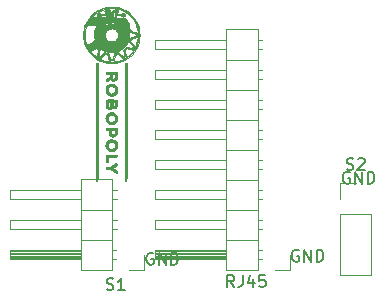
<source format=gbr>
%TF.GenerationSoftware,KiCad,Pcbnew,5.1.9-73d0e3b20d~88~ubuntu20.04.1*%
%TF.CreationDate,2021-04-09T06:43:05+02:00*%
%TF.ProjectId,pcb_port_gobelet,7063625f-706f-4727-945f-676f62656c65,rev?*%
%TF.SameCoordinates,Original*%
%TF.FileFunction,Legend,Top*%
%TF.FilePolarity,Positive*%
%FSLAX46Y46*%
G04 Gerber Fmt 4.6, Leading zero omitted, Abs format (unit mm)*
G04 Created by KiCad (PCBNEW 5.1.9-73d0e3b20d~88~ubuntu20.04.1) date 2021-04-09 06:43:05*
%MOMM*%
%LPD*%
G01*
G04 APERTURE LIST*
%ADD10C,0.150000*%
%ADD11C,0.010000*%
%ADD12C,0.120000*%
G04 APERTURE END LIST*
D10*
X141732095Y-128532000D02*
X141636857Y-128484380D01*
X141494000Y-128484380D01*
X141351142Y-128532000D01*
X141255904Y-128627238D01*
X141208285Y-128722476D01*
X141160666Y-128912952D01*
X141160666Y-129055809D01*
X141208285Y-129246285D01*
X141255904Y-129341523D01*
X141351142Y-129436761D01*
X141494000Y-129484380D01*
X141589238Y-129484380D01*
X141732095Y-129436761D01*
X141779714Y-129389142D01*
X141779714Y-129055809D01*
X141589238Y-129055809D01*
X142208285Y-129484380D02*
X142208285Y-128484380D01*
X142779714Y-129484380D01*
X142779714Y-128484380D01*
X143255904Y-129484380D02*
X143255904Y-128484380D01*
X143494000Y-128484380D01*
X143636857Y-128532000D01*
X143732095Y-128627238D01*
X143779714Y-128722476D01*
X143827333Y-128912952D01*
X143827333Y-129055809D01*
X143779714Y-129246285D01*
X143732095Y-129341523D01*
X143636857Y-129436761D01*
X143494000Y-129484380D01*
X143255904Y-129484380D01*
X137414095Y-135136000D02*
X137318857Y-135088380D01*
X137176000Y-135088380D01*
X137033142Y-135136000D01*
X136937904Y-135231238D01*
X136890285Y-135326476D01*
X136842666Y-135516952D01*
X136842666Y-135659809D01*
X136890285Y-135850285D01*
X136937904Y-135945523D01*
X137033142Y-136040761D01*
X137176000Y-136088380D01*
X137271238Y-136088380D01*
X137414095Y-136040761D01*
X137461714Y-135993142D01*
X137461714Y-135659809D01*
X137271238Y-135659809D01*
X137890285Y-136088380D02*
X137890285Y-135088380D01*
X138461714Y-136088380D01*
X138461714Y-135088380D01*
X138937904Y-136088380D02*
X138937904Y-135088380D01*
X139176000Y-135088380D01*
X139318857Y-135136000D01*
X139414095Y-135231238D01*
X139461714Y-135326476D01*
X139509333Y-135516952D01*
X139509333Y-135659809D01*
X139461714Y-135850285D01*
X139414095Y-135945523D01*
X139318857Y-136040761D01*
X139176000Y-136088380D01*
X138937904Y-136088380D01*
X125095095Y-135390000D02*
X124999857Y-135342380D01*
X124857000Y-135342380D01*
X124714142Y-135390000D01*
X124618904Y-135485238D01*
X124571285Y-135580476D01*
X124523666Y-135770952D01*
X124523666Y-135913809D01*
X124571285Y-136104285D01*
X124618904Y-136199523D01*
X124714142Y-136294761D01*
X124857000Y-136342380D01*
X124952238Y-136342380D01*
X125095095Y-136294761D01*
X125142714Y-136247142D01*
X125142714Y-135913809D01*
X124952238Y-135913809D01*
X125571285Y-136342380D02*
X125571285Y-135342380D01*
X126142714Y-136342380D01*
X126142714Y-135342380D01*
X126618904Y-136342380D02*
X126618904Y-135342380D01*
X126857000Y-135342380D01*
X126999857Y-135390000D01*
X127095095Y-135485238D01*
X127142714Y-135580476D01*
X127190333Y-135770952D01*
X127190333Y-135913809D01*
X127142714Y-136104285D01*
X127095095Y-136199523D01*
X126999857Y-136294761D01*
X126857000Y-136342380D01*
X126618904Y-136342380D01*
D11*
%TO.C,REF\u002A\u002A*%
G36*
X122506989Y-117123639D02*
G01*
X122501387Y-117146177D01*
X122433141Y-117329300D01*
X122332047Y-117491372D01*
X122203100Y-117629124D01*
X122051297Y-117739286D01*
X121881635Y-117818591D01*
X121699110Y-117863769D01*
X121508720Y-117871551D01*
X121410167Y-117860062D01*
X121236218Y-117816213D01*
X121084753Y-117745437D01*
X120944132Y-117641625D01*
X120881226Y-117582441D01*
X120748092Y-117422655D01*
X120655294Y-117250258D01*
X120603060Y-117066012D01*
X120591616Y-116870680D01*
X120615344Y-116690803D01*
X120671764Y-116522002D01*
X120763195Y-116360873D01*
X120882512Y-116216398D01*
X121022591Y-116097560D01*
X121140292Y-116029091D01*
X121325896Y-115962617D01*
X121510890Y-115935013D01*
X121620744Y-115940004D01*
X121620744Y-116358538D01*
X121470559Y-116361258D01*
X121339066Y-116400070D01*
X121219859Y-116476972D01*
X121207652Y-116487462D01*
X121105691Y-116602504D01*
X121039074Y-116734424D01*
X121010971Y-116876542D01*
X121010247Y-116903500D01*
X121030948Y-117049811D01*
X121059905Y-117126557D01*
X121124130Y-117228759D01*
X121212536Y-117321655D01*
X121312887Y-117394261D01*
X121400846Y-117432507D01*
X121547467Y-117452867D01*
X121694141Y-117435320D01*
X121831187Y-117382341D01*
X121948922Y-117296410D01*
X121954627Y-117290795D01*
X122022683Y-117214775D01*
X122066116Y-117141924D01*
X122089882Y-117058999D01*
X122098937Y-116952757D01*
X122099551Y-116903500D01*
X122094871Y-116785383D01*
X122077434Y-116695488D01*
X122042145Y-116620403D01*
X121983909Y-116546716D01*
X121951044Y-116512622D01*
X121853995Y-116431478D01*
X121751861Y-116382909D01*
X121628198Y-116359243D01*
X121620744Y-116358538D01*
X121620744Y-115940004D01*
X121691546Y-115943221D01*
X121864135Y-115984179D01*
X122024929Y-116054828D01*
X122170197Y-116152107D01*
X122296213Y-116272955D01*
X122399247Y-116414314D01*
X122475570Y-116573122D01*
X122521454Y-116746319D01*
X122533170Y-116930845D01*
X122506989Y-117123639D01*
G37*
X122506989Y-117123639D02*
X122501387Y-117146177D01*
X122433141Y-117329300D01*
X122332047Y-117491372D01*
X122203100Y-117629124D01*
X122051297Y-117739286D01*
X121881635Y-117818591D01*
X121699110Y-117863769D01*
X121508720Y-117871551D01*
X121410167Y-117860062D01*
X121236218Y-117816213D01*
X121084753Y-117745437D01*
X120944132Y-117641625D01*
X120881226Y-117582441D01*
X120748092Y-117422655D01*
X120655294Y-117250258D01*
X120603060Y-117066012D01*
X120591616Y-116870680D01*
X120615344Y-116690803D01*
X120671764Y-116522002D01*
X120763195Y-116360873D01*
X120882512Y-116216398D01*
X121022591Y-116097560D01*
X121140292Y-116029091D01*
X121325896Y-115962617D01*
X121510890Y-115935013D01*
X121620744Y-115940004D01*
X121620744Y-116358538D01*
X121470559Y-116361258D01*
X121339066Y-116400070D01*
X121219859Y-116476972D01*
X121207652Y-116487462D01*
X121105691Y-116602504D01*
X121039074Y-116734424D01*
X121010971Y-116876542D01*
X121010247Y-116903500D01*
X121030948Y-117049811D01*
X121059905Y-117126557D01*
X121124130Y-117228759D01*
X121212536Y-117321655D01*
X121312887Y-117394261D01*
X121400846Y-117432507D01*
X121547467Y-117452867D01*
X121694141Y-117435320D01*
X121831187Y-117382341D01*
X121948922Y-117296410D01*
X121954627Y-117290795D01*
X122022683Y-117214775D01*
X122066116Y-117141924D01*
X122089882Y-117058999D01*
X122098937Y-116952757D01*
X122099551Y-116903500D01*
X122094871Y-116785383D01*
X122077434Y-116695488D01*
X122042145Y-116620403D01*
X121983909Y-116546716D01*
X121951044Y-116512622D01*
X121853995Y-116431478D01*
X121751861Y-116382909D01*
X121628198Y-116359243D01*
X121620744Y-116358538D01*
X121620744Y-115940004D01*
X121691546Y-115943221D01*
X121864135Y-115984179D01*
X122024929Y-116054828D01*
X122170197Y-116152107D01*
X122296213Y-116272955D01*
X122399247Y-116414314D01*
X122475570Y-116573122D01*
X122521454Y-116746319D01*
X122533170Y-116930845D01*
X122506989Y-117123639D01*
G36*
X122728308Y-115224149D02*
G01*
X122700696Y-115286242D01*
X122648331Y-115333826D01*
X122573786Y-115357336D01*
X122553042Y-115358334D01*
X122509857Y-115344013D01*
X122461675Y-115309160D01*
X122457826Y-115305417D01*
X122431248Y-115281614D01*
X122402444Y-115266262D01*
X122361877Y-115257523D01*
X122300010Y-115253555D01*
X122207308Y-115252518D01*
X122183621Y-115252500D01*
X122084725Y-115253035D01*
X122020659Y-115255597D01*
X121983921Y-115261620D01*
X121967012Y-115272540D01*
X121962431Y-115289790D01*
X121962333Y-115294834D01*
X121952354Y-115325820D01*
X121915225Y-115336730D01*
X121898833Y-115337167D01*
X121859256Y-115334229D01*
X121840875Y-115317620D01*
X121835593Y-115275644D01*
X121835333Y-115245445D01*
X121838335Y-115186048D01*
X121845872Y-115146179D01*
X121849444Y-115139611D01*
X121874742Y-115134402D01*
X121934097Y-115130061D01*
X122019232Y-115126980D01*
X122121874Y-115125553D01*
X122146442Y-115125500D01*
X122265760Y-115124619D01*
X122348855Y-115121559D01*
X122401811Y-115115694D01*
X122430711Y-115106399D01*
X122440945Y-115095229D01*
X122474632Y-115059390D01*
X122532378Y-115038002D01*
X122570654Y-115036405D01*
X122570654Y-115134827D01*
X122547055Y-115138000D01*
X122519149Y-115165947D01*
X122518901Y-115205266D01*
X122542968Y-115238499D01*
X122568181Y-115248328D01*
X122610454Y-115238404D01*
X122630600Y-115204762D01*
X122621225Y-115163369D01*
X122612452Y-115152714D01*
X122570654Y-115134827D01*
X122570654Y-115036405D01*
X122597159Y-115035298D01*
X122636907Y-115046469D01*
X122698986Y-115094697D01*
X122728596Y-115157112D01*
X122728308Y-115224149D01*
G37*
X122728308Y-115224149D02*
X122700696Y-115286242D01*
X122648331Y-115333826D01*
X122573786Y-115357336D01*
X122553042Y-115358334D01*
X122509857Y-115344013D01*
X122461675Y-115309160D01*
X122457826Y-115305417D01*
X122431248Y-115281614D01*
X122402444Y-115266262D01*
X122361877Y-115257523D01*
X122300010Y-115253555D01*
X122207308Y-115252518D01*
X122183621Y-115252500D01*
X122084725Y-115253035D01*
X122020659Y-115255597D01*
X121983921Y-115261620D01*
X121967012Y-115272540D01*
X121962431Y-115289790D01*
X121962333Y-115294834D01*
X121952354Y-115325820D01*
X121915225Y-115336730D01*
X121898833Y-115337167D01*
X121859256Y-115334229D01*
X121840875Y-115317620D01*
X121835593Y-115275644D01*
X121835333Y-115245445D01*
X121838335Y-115186048D01*
X121845872Y-115146179D01*
X121849444Y-115139611D01*
X121874742Y-115134402D01*
X121934097Y-115130061D01*
X122019232Y-115126980D01*
X122121874Y-115125553D01*
X122146442Y-115125500D01*
X122265760Y-115124619D01*
X122348855Y-115121559D01*
X122401811Y-115115694D01*
X122430711Y-115106399D01*
X122440945Y-115095229D01*
X122474632Y-115059390D01*
X122532378Y-115038002D01*
X122570654Y-115036405D01*
X122570654Y-115134827D01*
X122547055Y-115138000D01*
X122519149Y-115165947D01*
X122518901Y-115205266D01*
X122542968Y-115238499D01*
X122568181Y-115248328D01*
X122610454Y-115238404D01*
X122630600Y-115204762D01*
X122621225Y-115163369D01*
X122612452Y-115152714D01*
X122570654Y-115134827D01*
X122570654Y-115036405D01*
X122597159Y-115035298D01*
X122636907Y-115046469D01*
X122698986Y-115094697D01*
X122728596Y-115157112D01*
X122728308Y-115224149D01*
G36*
X122100543Y-114969996D02*
G01*
X122069372Y-115018461D01*
X122008787Y-115053653D01*
X121936834Y-115060871D01*
X121870778Y-115040021D01*
X121845916Y-115019667D01*
X121803112Y-114987521D01*
X121768553Y-114977334D01*
X121749488Y-114981555D01*
X121737835Y-114999665D01*
X121731822Y-115039828D01*
X121729676Y-115110212D01*
X121729500Y-115157250D01*
X121729500Y-115337167D01*
X121602500Y-115337167D01*
X121602500Y-115096015D01*
X121603417Y-114988762D01*
X121606794Y-114916697D01*
X121613569Y-114872703D01*
X121624680Y-114849661D01*
X121635981Y-114842015D01*
X121679653Y-114833144D01*
X121739803Y-114829181D01*
X121743326Y-114829167D01*
X121802857Y-114820426D01*
X121847036Y-114799208D01*
X121848909Y-114797449D01*
X121913713Y-114757241D01*
X121957523Y-114754468D01*
X121957523Y-114856603D01*
X121919028Y-114864160D01*
X121899144Y-114894624D01*
X121898833Y-114899994D01*
X121913776Y-114938306D01*
X121928341Y-114954306D01*
X121959199Y-114966189D01*
X121993353Y-114943290D01*
X122016865Y-114912728D01*
X122008012Y-114887656D01*
X121997236Y-114876165D01*
X121957523Y-114856603D01*
X121957523Y-114754468D01*
X121982257Y-114752902D01*
X122044222Y-114780368D01*
X122089290Y-114835575D01*
X122106414Y-114898855D01*
X122100543Y-114969996D01*
G37*
X122100543Y-114969996D02*
X122069372Y-115018461D01*
X122008787Y-115053653D01*
X121936834Y-115060871D01*
X121870778Y-115040021D01*
X121845916Y-115019667D01*
X121803112Y-114987521D01*
X121768553Y-114977334D01*
X121749488Y-114981555D01*
X121737835Y-114999665D01*
X121731822Y-115039828D01*
X121729676Y-115110212D01*
X121729500Y-115157250D01*
X121729500Y-115337167D01*
X121602500Y-115337167D01*
X121602500Y-115096015D01*
X121603417Y-114988762D01*
X121606794Y-114916697D01*
X121613569Y-114872703D01*
X121624680Y-114849661D01*
X121635981Y-114842015D01*
X121679653Y-114833144D01*
X121739803Y-114829181D01*
X121743326Y-114829167D01*
X121802857Y-114820426D01*
X121847036Y-114799208D01*
X121848909Y-114797449D01*
X121913713Y-114757241D01*
X121957523Y-114754468D01*
X121957523Y-114856603D01*
X121919028Y-114864160D01*
X121899144Y-114894624D01*
X121898833Y-114899994D01*
X121913776Y-114938306D01*
X121928341Y-114954306D01*
X121959199Y-114966189D01*
X121993353Y-114943290D01*
X122016865Y-114912728D01*
X122008012Y-114887656D01*
X121997236Y-114876165D01*
X121957523Y-114856603D01*
X121957523Y-114754468D01*
X121982257Y-114752902D01*
X122044222Y-114780368D01*
X122089290Y-114835575D01*
X122106414Y-114898855D01*
X122100543Y-114969996D01*
G36*
X121348500Y-115337167D02*
G01*
X121348500Y-115157250D01*
X121345557Y-115058163D01*
X121335251Y-114998215D01*
X121315365Y-114974523D01*
X121283684Y-114984208D01*
X121242666Y-115019667D01*
X121178719Y-115056832D01*
X121105339Y-115060651D01*
X121037817Y-115032012D01*
X121011369Y-115006229D01*
X120978032Y-114950752D01*
X120972454Y-114893609D01*
X120982146Y-114844754D01*
X121008166Y-114809068D01*
X121057845Y-114773661D01*
X121113834Y-114749315D01*
X121124781Y-114747539D01*
X121124781Y-114853518D01*
X121104070Y-114858377D01*
X121076418Y-114886787D01*
X121081032Y-114928257D01*
X121097079Y-114950279D01*
X121134593Y-114965465D01*
X121167530Y-114948005D01*
X121179166Y-114912818D01*
X121163868Y-114867756D01*
X121124781Y-114853518D01*
X121124781Y-114747539D01*
X121143511Y-114744500D01*
X121180232Y-114756816D01*
X121226812Y-114786469D01*
X121227276Y-114786834D01*
X121287815Y-114817728D01*
X121347938Y-114829167D01*
X121408642Y-114831909D01*
X121450160Y-114844603D01*
X121476106Y-114873954D01*
X121490092Y-114926665D01*
X121495733Y-115009441D01*
X121496666Y-115105078D01*
X121496666Y-115337167D01*
X121348500Y-115337167D01*
G37*
X121348500Y-115337167D02*
X121348500Y-115157250D01*
X121345557Y-115058163D01*
X121335251Y-114998215D01*
X121315365Y-114974523D01*
X121283684Y-114984208D01*
X121242666Y-115019667D01*
X121178719Y-115056832D01*
X121105339Y-115060651D01*
X121037817Y-115032012D01*
X121011369Y-115006229D01*
X120978032Y-114950752D01*
X120972454Y-114893609D01*
X120982146Y-114844754D01*
X121008166Y-114809068D01*
X121057845Y-114773661D01*
X121113834Y-114749315D01*
X121124781Y-114747539D01*
X121124781Y-114853518D01*
X121104070Y-114858377D01*
X121076418Y-114886787D01*
X121081032Y-114928257D01*
X121097079Y-114950279D01*
X121134593Y-114965465D01*
X121167530Y-114948005D01*
X121179166Y-114912818D01*
X121163868Y-114867756D01*
X121124781Y-114853518D01*
X121124781Y-114747539D01*
X121143511Y-114744500D01*
X121180232Y-114756816D01*
X121226812Y-114786469D01*
X121227276Y-114786834D01*
X121287815Y-114817728D01*
X121347938Y-114829167D01*
X121408642Y-114831909D01*
X121450160Y-114844603D01*
X121476106Y-114873954D01*
X121490092Y-114926665D01*
X121495733Y-115009441D01*
X121496666Y-115105078D01*
X121496666Y-115337167D01*
X121348500Y-115337167D01*
G36*
X121190910Y-115337167D02*
G01*
X121139364Y-115332589D01*
X121118324Y-115314641D01*
X121115666Y-115294834D01*
X121112921Y-115276084D01*
X121099736Y-115263868D01*
X121068691Y-115256796D01*
X121012365Y-115253480D01*
X120923335Y-115252531D01*
X120889489Y-115252500D01*
X120786755Y-115253331D01*
X120717079Y-115256854D01*
X120671201Y-115264613D01*
X120639861Y-115278152D01*
X120614495Y-115298361D01*
X120544732Y-115338563D01*
X120469611Y-115340636D01*
X120400509Y-115305157D01*
X120382067Y-115286598D01*
X120344725Y-115234565D01*
X120336247Y-115190088D01*
X120347516Y-115146667D01*
X120389032Y-115085191D01*
X120451654Y-115048052D01*
X120506525Y-115040492D01*
X120506525Y-115130776D01*
X120476640Y-115141401D01*
X120471145Y-115145785D01*
X120444029Y-115175302D01*
X120438333Y-115189000D01*
X120452727Y-115214155D01*
X120471145Y-115232215D01*
X120502316Y-115247718D01*
X120533296Y-115229944D01*
X120539181Y-115224224D01*
X120562912Y-115194467D01*
X120554478Y-115169997D01*
X120539181Y-115153777D01*
X120506525Y-115130776D01*
X120506525Y-115040492D01*
X120522615Y-115038275D01*
X120589148Y-115058888D01*
X120617739Y-115082603D01*
X120636947Y-115099395D01*
X120664029Y-115111318D01*
X120706309Y-115119408D01*
X120771111Y-115124701D01*
X120865758Y-115128234D01*
X120954395Y-115130228D01*
X121253250Y-115136084D01*
X121259701Y-115236625D01*
X121266153Y-115337167D01*
X121190910Y-115337167D01*
G37*
X121190910Y-115337167D02*
X121139364Y-115332589D01*
X121118324Y-115314641D01*
X121115666Y-115294834D01*
X121112921Y-115276084D01*
X121099736Y-115263868D01*
X121068691Y-115256796D01*
X121012365Y-115253480D01*
X120923335Y-115252531D01*
X120889489Y-115252500D01*
X120786755Y-115253331D01*
X120717079Y-115256854D01*
X120671201Y-115264613D01*
X120639861Y-115278152D01*
X120614495Y-115298361D01*
X120544732Y-115338563D01*
X120469611Y-115340636D01*
X120400509Y-115305157D01*
X120382067Y-115286598D01*
X120344725Y-115234565D01*
X120336247Y-115190088D01*
X120347516Y-115146667D01*
X120389032Y-115085191D01*
X120451654Y-115048052D01*
X120506525Y-115040492D01*
X120506525Y-115130776D01*
X120476640Y-115141401D01*
X120471145Y-115145785D01*
X120444029Y-115175302D01*
X120438333Y-115189000D01*
X120452727Y-115214155D01*
X120471145Y-115232215D01*
X120502316Y-115247718D01*
X120533296Y-115229944D01*
X120539181Y-115224224D01*
X120562912Y-115194467D01*
X120554478Y-115169997D01*
X120539181Y-115153777D01*
X120506525Y-115130776D01*
X120506525Y-115040492D01*
X120522615Y-115038275D01*
X120589148Y-115058888D01*
X120617739Y-115082603D01*
X120636947Y-115099395D01*
X120664029Y-115111318D01*
X120706309Y-115119408D01*
X120771111Y-115124701D01*
X120865758Y-115128234D01*
X120954395Y-115130228D01*
X121253250Y-115136084D01*
X121259701Y-115236625D01*
X121266153Y-115337167D01*
X121190910Y-115337167D01*
G36*
X123481041Y-117170566D02*
G01*
X123242916Y-117235229D01*
X123209151Y-117339240D01*
X123175386Y-117443250D01*
X123351308Y-117635420D01*
X123527230Y-117827589D01*
X123432181Y-117989961D01*
X123388299Y-118062169D01*
X123351379Y-118117866D01*
X123327076Y-118148737D01*
X123321774Y-118152315D01*
X123296321Y-118147097D01*
X123238854Y-118132945D01*
X123158197Y-118112091D01*
X123073583Y-118089573D01*
X122840750Y-118026850D01*
X122678010Y-118188696D01*
X122742818Y-118429806D01*
X122771414Y-118534673D01*
X122788111Y-118607480D01*
X122789301Y-118657683D01*
X122771376Y-118694735D01*
X122730728Y-118728092D01*
X122663750Y-118767208D01*
X122600677Y-118802285D01*
X122466437Y-118877823D01*
X122283177Y-118698458D01*
X122099916Y-118519094D01*
X121992887Y-118549348D01*
X121885857Y-118579601D01*
X121757189Y-119051917D01*
X121557748Y-119057916D01*
X121358306Y-119063915D01*
X121294137Y-118825083D01*
X121229967Y-118586250D01*
X121125192Y-118552280D01*
X121020416Y-118518310D01*
X120828644Y-118693524D01*
X120636871Y-118868738D01*
X120474102Y-118774399D01*
X120401728Y-118729646D01*
X120346258Y-118689995D01*
X120316007Y-118661636D01*
X120312828Y-118654321D01*
X120318779Y-118624318D01*
X120333719Y-118563140D01*
X120355236Y-118480381D01*
X120375180Y-118406476D01*
X120401631Y-118308756D01*
X120417457Y-118243275D01*
X120423291Y-118201462D01*
X120419769Y-118174748D01*
X120407524Y-118154563D01*
X120394852Y-118140528D01*
X120360965Y-118088128D01*
X120357153Y-118041757D01*
X120384226Y-118012290D01*
X120385273Y-118011876D01*
X120421824Y-118017174D01*
X120470553Y-118046129D01*
X120518777Y-118088137D01*
X120553813Y-118132591D01*
X120563805Y-118161156D01*
X120559134Y-118197985D01*
X120545321Y-118264806D01*
X120524723Y-118350874D01*
X120508345Y-118413799D01*
X120486547Y-118502190D01*
X120472581Y-118573840D01*
X120467924Y-118620015D01*
X120471303Y-118632636D01*
X120501515Y-118647719D01*
X120548825Y-118675574D01*
X120554750Y-118679269D01*
X120618250Y-118719134D01*
X120790216Y-118549972D01*
X120962182Y-118380809D01*
X121138476Y-118425390D01*
X121219965Y-118447362D01*
X121284905Y-118467425D01*
X121322900Y-118482266D01*
X121328053Y-118485777D01*
X121340125Y-118513317D01*
X121358115Y-118568974D01*
X121374855Y-118628584D01*
X121397543Y-118714519D01*
X121419893Y-118799137D01*
X121431463Y-118842918D01*
X121452481Y-118901893D01*
X121481558Y-118931567D01*
X121514795Y-118942301D01*
X121593922Y-118947592D01*
X121646479Y-118923242D01*
X121679222Y-118865714D01*
X121682729Y-118854397D01*
X121700211Y-118794050D01*
X121724287Y-118711262D01*
X121749062Y-118626300D01*
X121793001Y-118475850D01*
X121974354Y-118427114D01*
X122155708Y-118378378D01*
X122328895Y-118550421D01*
X122502083Y-118722465D01*
X122576166Y-118676897D01*
X122624428Y-118646980D01*
X122654830Y-118627700D01*
X122658560Y-118625173D01*
X122656924Y-118603522D01*
X122646224Y-118549334D01*
X122628260Y-118470988D01*
X122606844Y-118384687D01*
X122546817Y-118150356D01*
X122808503Y-117888670D01*
X123042113Y-117949418D01*
X123135100Y-117972786D01*
X123211652Y-117990485D01*
X123263388Y-118000683D01*
X123281859Y-118001875D01*
X123295821Y-117980230D01*
X123323231Y-117936256D01*
X123333563Y-117919500D01*
X123379132Y-117845417D01*
X123207898Y-117673043D01*
X123036664Y-117500670D01*
X123084805Y-117318438D01*
X123132945Y-117136207D01*
X123272598Y-117095101D01*
X123363161Y-117069188D01*
X123454656Y-117044185D01*
X123512791Y-117029151D01*
X123613333Y-117004308D01*
X123613333Y-116806930D01*
X123375566Y-116742110D01*
X123137798Y-116677291D01*
X123112034Y-116588303D01*
X123096251Y-116506110D01*
X123106279Y-116457151D01*
X123142238Y-116441012D01*
X123154946Y-116442006D01*
X123196623Y-116468500D01*
X123217704Y-116513341D01*
X123236558Y-116556146D01*
X123270974Y-116582991D01*
X123334157Y-116604131D01*
X123334828Y-116604308D01*
X123408707Y-116624507D01*
X123500952Y-116650646D01*
X123576291Y-116672573D01*
X123719166Y-116714793D01*
X123719166Y-117105904D01*
X123481041Y-117170566D01*
G37*
X123481041Y-117170566D02*
X123242916Y-117235229D01*
X123209151Y-117339240D01*
X123175386Y-117443250D01*
X123351308Y-117635420D01*
X123527230Y-117827589D01*
X123432181Y-117989961D01*
X123388299Y-118062169D01*
X123351379Y-118117866D01*
X123327076Y-118148737D01*
X123321774Y-118152315D01*
X123296321Y-118147097D01*
X123238854Y-118132945D01*
X123158197Y-118112091D01*
X123073583Y-118089573D01*
X122840750Y-118026850D01*
X122678010Y-118188696D01*
X122742818Y-118429806D01*
X122771414Y-118534673D01*
X122788111Y-118607480D01*
X122789301Y-118657683D01*
X122771376Y-118694735D01*
X122730728Y-118728092D01*
X122663750Y-118767208D01*
X122600677Y-118802285D01*
X122466437Y-118877823D01*
X122283177Y-118698458D01*
X122099916Y-118519094D01*
X121992887Y-118549348D01*
X121885857Y-118579601D01*
X121757189Y-119051917D01*
X121557748Y-119057916D01*
X121358306Y-119063915D01*
X121294137Y-118825083D01*
X121229967Y-118586250D01*
X121125192Y-118552280D01*
X121020416Y-118518310D01*
X120828644Y-118693524D01*
X120636871Y-118868738D01*
X120474102Y-118774399D01*
X120401728Y-118729646D01*
X120346258Y-118689995D01*
X120316007Y-118661636D01*
X120312828Y-118654321D01*
X120318779Y-118624318D01*
X120333719Y-118563140D01*
X120355236Y-118480381D01*
X120375180Y-118406476D01*
X120401631Y-118308756D01*
X120417457Y-118243275D01*
X120423291Y-118201462D01*
X120419769Y-118174748D01*
X120407524Y-118154563D01*
X120394852Y-118140528D01*
X120360965Y-118088128D01*
X120357153Y-118041757D01*
X120384226Y-118012290D01*
X120385273Y-118011876D01*
X120421824Y-118017174D01*
X120470553Y-118046129D01*
X120518777Y-118088137D01*
X120553813Y-118132591D01*
X120563805Y-118161156D01*
X120559134Y-118197985D01*
X120545321Y-118264806D01*
X120524723Y-118350874D01*
X120508345Y-118413799D01*
X120486547Y-118502190D01*
X120472581Y-118573840D01*
X120467924Y-118620015D01*
X120471303Y-118632636D01*
X120501515Y-118647719D01*
X120548825Y-118675574D01*
X120554750Y-118679269D01*
X120618250Y-118719134D01*
X120790216Y-118549972D01*
X120962182Y-118380809D01*
X121138476Y-118425390D01*
X121219965Y-118447362D01*
X121284905Y-118467425D01*
X121322900Y-118482266D01*
X121328053Y-118485777D01*
X121340125Y-118513317D01*
X121358115Y-118568974D01*
X121374855Y-118628584D01*
X121397543Y-118714519D01*
X121419893Y-118799137D01*
X121431463Y-118842918D01*
X121452481Y-118901893D01*
X121481558Y-118931567D01*
X121514795Y-118942301D01*
X121593922Y-118947592D01*
X121646479Y-118923242D01*
X121679222Y-118865714D01*
X121682729Y-118854397D01*
X121700211Y-118794050D01*
X121724287Y-118711262D01*
X121749062Y-118626300D01*
X121793001Y-118475850D01*
X121974354Y-118427114D01*
X122155708Y-118378378D01*
X122328895Y-118550421D01*
X122502083Y-118722465D01*
X122576166Y-118676897D01*
X122624428Y-118646980D01*
X122654830Y-118627700D01*
X122658560Y-118625173D01*
X122656924Y-118603522D01*
X122646224Y-118549334D01*
X122628260Y-118470988D01*
X122606844Y-118384687D01*
X122546817Y-118150356D01*
X122808503Y-117888670D01*
X123042113Y-117949418D01*
X123135100Y-117972786D01*
X123211652Y-117990485D01*
X123263388Y-118000683D01*
X123281859Y-118001875D01*
X123295821Y-117980230D01*
X123323231Y-117936256D01*
X123333563Y-117919500D01*
X123379132Y-117845417D01*
X123207898Y-117673043D01*
X123036664Y-117500670D01*
X123084805Y-117318438D01*
X123132945Y-117136207D01*
X123272598Y-117095101D01*
X123363161Y-117069188D01*
X123454656Y-117044185D01*
X123512791Y-117029151D01*
X123613333Y-117004308D01*
X123613333Y-116806930D01*
X123375566Y-116742110D01*
X123137798Y-116677291D01*
X123112034Y-116588303D01*
X123096251Y-116506110D01*
X123106279Y-116457151D01*
X123142238Y-116441012D01*
X123154946Y-116442006D01*
X123196623Y-116468500D01*
X123217704Y-116513341D01*
X123236558Y-116556146D01*
X123270974Y-116582991D01*
X123334157Y-116604131D01*
X123334828Y-116604308D01*
X123408707Y-116624507D01*
X123500952Y-116650646D01*
X123576291Y-116672573D01*
X123719166Y-116714793D01*
X123719166Y-117105904D01*
X123481041Y-117170566D01*
G36*
X122851312Y-124817756D02*
G01*
X122851243Y-125325105D01*
X122851115Y-125793215D01*
X122850919Y-126223634D01*
X122850645Y-126617909D01*
X122850282Y-126977587D01*
X122849823Y-127304215D01*
X122849255Y-127599340D01*
X122848570Y-127864511D01*
X122847758Y-128101274D01*
X122846809Y-128311176D01*
X122845712Y-128495766D01*
X122844459Y-128656589D01*
X122843039Y-128795193D01*
X122841442Y-128913126D01*
X122839659Y-129011936D01*
X122837680Y-129093168D01*
X122835494Y-129158370D01*
X122833093Y-129209091D01*
X122830466Y-129246876D01*
X122827603Y-129273274D01*
X122824495Y-129289831D01*
X122821131Y-129298096D01*
X122819314Y-129299616D01*
X122777562Y-129297801D01*
X122755814Y-129285776D01*
X122752353Y-129279298D01*
X122749151Y-129264795D01*
X122746198Y-129240715D01*
X122743484Y-129205508D01*
X122740998Y-129157624D01*
X122738733Y-129095513D01*
X122736677Y-129017623D01*
X122734821Y-128922405D01*
X122733156Y-128808307D01*
X122731670Y-128673780D01*
X122730356Y-128517273D01*
X122729202Y-128337236D01*
X122728199Y-128132117D01*
X122727338Y-127900367D01*
X122726608Y-127640435D01*
X122726000Y-127350770D01*
X122725504Y-127029823D01*
X122725110Y-126676042D01*
X122724809Y-126287877D01*
X122724590Y-125863778D01*
X122724445Y-125402194D01*
X122724362Y-124901575D01*
X122724334Y-124360370D01*
X122724333Y-124288619D01*
X122724333Y-119317587D01*
X122851333Y-119251913D01*
X122851333Y-124269621D01*
X122851312Y-124817756D01*
G37*
X122851312Y-124817756D02*
X122851243Y-125325105D01*
X122851115Y-125793215D01*
X122850919Y-126223634D01*
X122850645Y-126617909D01*
X122850282Y-126977587D01*
X122849823Y-127304215D01*
X122849255Y-127599340D01*
X122848570Y-127864511D01*
X122847758Y-128101274D01*
X122846809Y-128311176D01*
X122845712Y-128495766D01*
X122844459Y-128656589D01*
X122843039Y-128795193D01*
X122841442Y-128913126D01*
X122839659Y-129011936D01*
X122837680Y-129093168D01*
X122835494Y-129158370D01*
X122833093Y-129209091D01*
X122830466Y-129246876D01*
X122827603Y-129273274D01*
X122824495Y-129289831D01*
X122821131Y-129298096D01*
X122819314Y-129299616D01*
X122777562Y-129297801D01*
X122755814Y-129285776D01*
X122752353Y-129279298D01*
X122749151Y-129264795D01*
X122746198Y-129240715D01*
X122743484Y-129205508D01*
X122740998Y-129157624D01*
X122738733Y-129095513D01*
X122736677Y-129017623D01*
X122734821Y-128922405D01*
X122733156Y-128808307D01*
X122731670Y-128673780D01*
X122730356Y-128517273D01*
X122729202Y-128337236D01*
X122728199Y-128132117D01*
X122727338Y-127900367D01*
X122726608Y-127640435D01*
X122726000Y-127350770D01*
X122725504Y-127029823D01*
X122725110Y-126676042D01*
X122724809Y-126287877D01*
X122724590Y-125863778D01*
X122724445Y-125402194D01*
X122724362Y-124901575D01*
X122724334Y-124360370D01*
X122724333Y-124288619D01*
X122724333Y-119317587D01*
X122851333Y-119251913D01*
X122851333Y-124269621D01*
X122851312Y-124817756D01*
G36*
X122020698Y-127898577D02*
G01*
X122001215Y-127928124D01*
X121961272Y-127963848D01*
X121894752Y-128011613D01*
X121837890Y-128049577D01*
X121649947Y-128173268D01*
X121820439Y-128290426D01*
X121912544Y-128355517D01*
X121973598Y-128404659D01*
X122008651Y-128444011D01*
X122022754Y-128479732D01*
X122020957Y-128517982D01*
X122017963Y-128531307D01*
X122000355Y-128569601D01*
X121969514Y-128585615D01*
X121921491Y-128578186D01*
X121852335Y-128546146D01*
X121758097Y-128488332D01*
X121670748Y-128428870D01*
X121443750Y-128270240D01*
X121283941Y-128270120D01*
X121193816Y-128266622D01*
X121128541Y-128257119D01*
X121098733Y-128244600D01*
X121080265Y-128205884D01*
X121073491Y-128152150D01*
X121080082Y-128105748D01*
X121087444Y-128093611D01*
X121114031Y-128086843D01*
X121171422Y-128081847D01*
X121248093Y-128079554D01*
X121262211Y-128079500D01*
X121422866Y-128079500D01*
X121660437Y-127920750D01*
X121751046Y-127862038D01*
X121831747Y-127813135D01*
X121894802Y-127778491D01*
X121932472Y-127762554D01*
X121936521Y-127762000D01*
X121990577Y-127780021D01*
X122021031Y-127829909D01*
X122025833Y-127869343D01*
X122020698Y-127898577D01*
G37*
X122020698Y-127898577D02*
X122001215Y-127928124D01*
X121961272Y-127963848D01*
X121894752Y-128011613D01*
X121837890Y-128049577D01*
X121649947Y-128173268D01*
X121820439Y-128290426D01*
X121912544Y-128355517D01*
X121973598Y-128404659D01*
X122008651Y-128444011D01*
X122022754Y-128479732D01*
X122020957Y-128517982D01*
X122017963Y-128531307D01*
X122000355Y-128569601D01*
X121969514Y-128585615D01*
X121921491Y-128578186D01*
X121852335Y-128546146D01*
X121758097Y-128488332D01*
X121670748Y-128428870D01*
X121443750Y-128270240D01*
X121283941Y-128270120D01*
X121193816Y-128266622D01*
X121128541Y-128257119D01*
X121098733Y-128244600D01*
X121080265Y-128205884D01*
X121073491Y-128152150D01*
X121080082Y-128105748D01*
X121087444Y-128093611D01*
X121114031Y-128086843D01*
X121171422Y-128081847D01*
X121248093Y-128079554D01*
X121262211Y-128079500D01*
X121422866Y-128079500D01*
X121660437Y-127920750D01*
X121751046Y-127862038D01*
X121831747Y-127813135D01*
X121894802Y-127778491D01*
X121932472Y-127762554D01*
X121936521Y-127762000D01*
X121990577Y-127780021D01*
X122021031Y-127829909D01*
X122025833Y-127869343D01*
X122020698Y-127898577D01*
G36*
X122022844Y-127170635D02*
G01*
X122010209Y-127195057D01*
X121982429Y-127212138D01*
X121934003Y-127223166D01*
X121859431Y-127229432D01*
X121753212Y-127232224D01*
X121619433Y-127232834D01*
X121263833Y-127232834D01*
X121263833Y-127440267D01*
X121261681Y-127550306D01*
X121253628Y-127624653D01*
X121237279Y-127669803D01*
X121210236Y-127692252D01*
X121170105Y-127698495D01*
X121168583Y-127698500D01*
X121120009Y-127687037D01*
X121098733Y-127673100D01*
X121087666Y-127641100D01*
X121079581Y-127576895D01*
X121074476Y-127490511D01*
X121072352Y-127391973D01*
X121073209Y-127291304D01*
X121077046Y-127198528D01*
X121083865Y-127123672D01*
X121093665Y-127076758D01*
X121098733Y-127067734D01*
X121123916Y-127058065D01*
X121179552Y-127050860D01*
X121268641Y-127045950D01*
X121394181Y-127043165D01*
X121549583Y-127042334D01*
X121703551Y-127042806D01*
X121820304Y-127044905D01*
X121904956Y-127049654D01*
X121962623Y-127058075D01*
X121998417Y-127071192D01*
X122017454Y-127090027D01*
X122024847Y-127115603D01*
X122025833Y-127137584D01*
X122022844Y-127170635D01*
G37*
X122022844Y-127170635D02*
X122010209Y-127195057D01*
X121982429Y-127212138D01*
X121934003Y-127223166D01*
X121859431Y-127229432D01*
X121753212Y-127232224D01*
X121619433Y-127232834D01*
X121263833Y-127232834D01*
X121263833Y-127440267D01*
X121261681Y-127550306D01*
X121253628Y-127624653D01*
X121237279Y-127669803D01*
X121210236Y-127692252D01*
X121170105Y-127698495D01*
X121168583Y-127698500D01*
X121120009Y-127687037D01*
X121098733Y-127673100D01*
X121087666Y-127641100D01*
X121079581Y-127576895D01*
X121074476Y-127490511D01*
X121072352Y-127391973D01*
X121073209Y-127291304D01*
X121077046Y-127198528D01*
X121083865Y-127123672D01*
X121093665Y-127076758D01*
X121098733Y-127067734D01*
X121123916Y-127058065D01*
X121179552Y-127050860D01*
X121268641Y-127045950D01*
X121394181Y-127043165D01*
X121549583Y-127042334D01*
X121703551Y-127042806D01*
X121820304Y-127044905D01*
X121904956Y-127049654D01*
X121962623Y-127058075D01*
X121998417Y-127071192D01*
X122017454Y-127090027D01*
X122024847Y-127115603D01*
X122025833Y-127137584D01*
X122022844Y-127170635D01*
G36*
X122046535Y-125035400D02*
G01*
X122038618Y-125186424D01*
X122013776Y-125302568D01*
X121969166Y-125388874D01*
X121901948Y-125450387D01*
X121809279Y-125492147D01*
X121785164Y-125499192D01*
X121672757Y-125510108D01*
X121564021Y-125485977D01*
X121468702Y-125431486D01*
X121396545Y-125351324D01*
X121371013Y-125299997D01*
X121359398Y-125248072D01*
X121351269Y-125171259D01*
X121348500Y-125093622D01*
X121348500Y-124946834D01*
X121236316Y-124946834D01*
X121149475Y-124939898D01*
X121097576Y-124916986D01*
X121075217Y-124874940D01*
X121073333Y-124851584D01*
X121084796Y-124803010D01*
X121098733Y-124781734D01*
X121123468Y-124772230D01*
X121178200Y-124765105D01*
X121265959Y-124760191D01*
X121389776Y-124757323D01*
X121552681Y-124756337D01*
X121563655Y-124756334D01*
X121718912Y-124756063D01*
X121836935Y-124757204D01*
X121856500Y-124758453D01*
X121856500Y-124946834D01*
X121539000Y-124946834D01*
X121539000Y-125084417D01*
X121542008Y-125167497D01*
X121552991Y-125221026D01*
X121574886Y-125257488D01*
X121581333Y-125264334D01*
X121641478Y-125298441D01*
X121696214Y-125306667D01*
X121771443Y-125289829D01*
X121822807Y-125238918D01*
X121850709Y-125153337D01*
X121856500Y-125070979D01*
X121856500Y-124946834D01*
X121856500Y-124758453D01*
X121922794Y-124762688D01*
X121981562Y-124775447D01*
X122018310Y-124798411D01*
X122038109Y-124834510D01*
X122046032Y-124886677D01*
X122047148Y-124957841D01*
X122046535Y-125035400D01*
G37*
X122046535Y-125035400D02*
X122038618Y-125186424D01*
X122013776Y-125302568D01*
X121969166Y-125388874D01*
X121901948Y-125450387D01*
X121809279Y-125492147D01*
X121785164Y-125499192D01*
X121672757Y-125510108D01*
X121564021Y-125485977D01*
X121468702Y-125431486D01*
X121396545Y-125351324D01*
X121371013Y-125299997D01*
X121359398Y-125248072D01*
X121351269Y-125171259D01*
X121348500Y-125093622D01*
X121348500Y-124946834D01*
X121236316Y-124946834D01*
X121149475Y-124939898D01*
X121097576Y-124916986D01*
X121075217Y-124874940D01*
X121073333Y-124851584D01*
X121084796Y-124803010D01*
X121098733Y-124781734D01*
X121123468Y-124772230D01*
X121178200Y-124765105D01*
X121265959Y-124760191D01*
X121389776Y-124757323D01*
X121552681Y-124756337D01*
X121563655Y-124756334D01*
X121718912Y-124756063D01*
X121836935Y-124757204D01*
X121856500Y-124758453D01*
X121856500Y-124946834D01*
X121539000Y-124946834D01*
X121539000Y-125084417D01*
X121542008Y-125167497D01*
X121552991Y-125221026D01*
X121574886Y-125257488D01*
X121581333Y-125264334D01*
X121641478Y-125298441D01*
X121696214Y-125306667D01*
X121771443Y-125289829D01*
X121822807Y-125238918D01*
X121850709Y-125153337D01*
X121856500Y-125070979D01*
X121856500Y-124946834D01*
X121856500Y-124758453D01*
X121922794Y-124762688D01*
X121981562Y-124775447D01*
X122018310Y-124798411D01*
X122038109Y-124834510D01*
X122046032Y-124886677D01*
X122047148Y-124957841D01*
X122046535Y-125035400D01*
G36*
X122017246Y-122874230D02*
G01*
X122004444Y-122947543D01*
X121982158Y-123001327D01*
X121948683Y-123043111D01*
X121924864Y-123063718D01*
X121861088Y-123092934D01*
X121777437Y-123105265D01*
X121693368Y-123099478D01*
X121640338Y-123081761D01*
X121602555Y-123069533D01*
X121579219Y-123088822D01*
X121577177Y-123092345D01*
X121531742Y-123137426D01*
X121459558Y-123171941D01*
X121376040Y-123189126D01*
X121354843Y-123189921D01*
X121257879Y-123171586D01*
X121172842Y-123122138D01*
X121112474Y-123049621D01*
X121103809Y-123031467D01*
X121090202Y-122977964D01*
X121080287Y-122897768D01*
X121074085Y-122800437D01*
X121071614Y-122695529D01*
X121072894Y-122592601D01*
X121077946Y-122501211D01*
X121086788Y-122430917D01*
X121099440Y-122391278D01*
X121102487Y-122387821D01*
X121131069Y-122378804D01*
X121193165Y-122372579D01*
X121291050Y-122369057D01*
X121426998Y-122368148D01*
X121475500Y-122368547D01*
X121475500Y-122555000D01*
X121263833Y-122555000D01*
X121263833Y-122741267D01*
X121266882Y-122844436D01*
X121275574Y-122916888D01*
X121289224Y-122952924D01*
X121289233Y-122952934D01*
X121328813Y-122972492D01*
X121369666Y-122978334D01*
X121416273Y-122972734D01*
X121447111Y-122951385D01*
X121465225Y-122907467D01*
X121473662Y-122834154D01*
X121475500Y-122741267D01*
X121475500Y-122555000D01*
X121475500Y-122368547D01*
X121573446Y-122369354D01*
X121835333Y-122372750D01*
X121835333Y-122555000D01*
X121666000Y-122555000D01*
X121666000Y-122711158D01*
X121669209Y-122805137D01*
X121679608Y-122863903D01*
X121697475Y-122893439D01*
X121743223Y-122909250D01*
X121782142Y-122906211D01*
X121808596Y-122897291D01*
X121824411Y-122880700D01*
X121832317Y-122847083D01*
X121835044Y-122787081D01*
X121835333Y-122723930D01*
X121835333Y-122555000D01*
X121835333Y-122372750D01*
X122015250Y-122375084D01*
X122021229Y-122638914D01*
X122022272Y-122773863D01*
X122017246Y-122874230D01*
G37*
X122017246Y-122874230D02*
X122004444Y-122947543D01*
X121982158Y-123001327D01*
X121948683Y-123043111D01*
X121924864Y-123063718D01*
X121861088Y-123092934D01*
X121777437Y-123105265D01*
X121693368Y-123099478D01*
X121640338Y-123081761D01*
X121602555Y-123069533D01*
X121579219Y-123088822D01*
X121577177Y-123092345D01*
X121531742Y-123137426D01*
X121459558Y-123171941D01*
X121376040Y-123189126D01*
X121354843Y-123189921D01*
X121257879Y-123171586D01*
X121172842Y-123122138D01*
X121112474Y-123049621D01*
X121103809Y-123031467D01*
X121090202Y-122977964D01*
X121080287Y-122897768D01*
X121074085Y-122800437D01*
X121071614Y-122695529D01*
X121072894Y-122592601D01*
X121077946Y-122501211D01*
X121086788Y-122430917D01*
X121099440Y-122391278D01*
X121102487Y-122387821D01*
X121131069Y-122378804D01*
X121193165Y-122372579D01*
X121291050Y-122369057D01*
X121426998Y-122368148D01*
X121475500Y-122368547D01*
X121475500Y-122555000D01*
X121263833Y-122555000D01*
X121263833Y-122741267D01*
X121266882Y-122844436D01*
X121275574Y-122916888D01*
X121289224Y-122952924D01*
X121289233Y-122952934D01*
X121328813Y-122972492D01*
X121369666Y-122978334D01*
X121416273Y-122972734D01*
X121447111Y-122951385D01*
X121465225Y-122907467D01*
X121473662Y-122834154D01*
X121475500Y-122741267D01*
X121475500Y-122555000D01*
X121475500Y-122368547D01*
X121573446Y-122369354D01*
X121835333Y-122372750D01*
X121835333Y-122555000D01*
X121666000Y-122555000D01*
X121666000Y-122711158D01*
X121669209Y-122805137D01*
X121679608Y-122863903D01*
X121697475Y-122893439D01*
X121743223Y-122909250D01*
X121782142Y-122906211D01*
X121808596Y-122897291D01*
X121824411Y-122880700D01*
X121832317Y-122847083D01*
X121835044Y-122787081D01*
X121835333Y-122723930D01*
X121835333Y-122555000D01*
X121835333Y-122372750D01*
X122015250Y-122375084D01*
X122021229Y-122638914D01*
X122022272Y-122773863D01*
X122017246Y-122874230D01*
G36*
X122014903Y-120452437D02*
G01*
X122013051Y-120534372D01*
X122008473Y-120589920D01*
X121999951Y-120627051D01*
X121986265Y-120653740D01*
X121966196Y-120677957D01*
X121962333Y-120682111D01*
X121876079Y-120754844D01*
X121783692Y-120790014D01*
X121679682Y-120792665D01*
X121605093Y-120779790D01*
X121551300Y-120751999D01*
X121505553Y-120708443D01*
X121437731Y-120634436D01*
X121319295Y-120728391D01*
X121232549Y-120788370D01*
X121165923Y-120813519D01*
X121116383Y-120804451D01*
X121088253Y-120774985D01*
X121073325Y-120726305D01*
X121090652Y-120674529D01*
X121142619Y-120616146D01*
X121231612Y-120547647D01*
X121252328Y-120533584D01*
X121410629Y-120427750D01*
X121411314Y-120327209D01*
X121412000Y-120226667D01*
X121268066Y-120226667D01*
X121185852Y-120222954D01*
X121124865Y-120212967D01*
X121098733Y-120201267D01*
X121076125Y-120153791D01*
X121079072Y-120097790D01*
X121102487Y-120059488D01*
X121131069Y-120050471D01*
X121193165Y-120044246D01*
X121291050Y-120040723D01*
X121426998Y-120039815D01*
X121573446Y-120041021D01*
X121835333Y-120044416D01*
X121835333Y-120226667D01*
X121581333Y-120226667D01*
X121581333Y-120374834D01*
X121583805Y-120460008D01*
X121592986Y-120514959D01*
X121611525Y-120551601D01*
X121623666Y-120565334D01*
X121683258Y-120600707D01*
X121748617Y-120603287D01*
X121802071Y-120574405D01*
X121821440Y-120539850D01*
X121832066Y-120479305D01*
X121835333Y-120384842D01*
X121835333Y-120226667D01*
X121835333Y-120044416D01*
X122015250Y-120046750D01*
X122015250Y-120336142D01*
X122014903Y-120452437D01*
G37*
X122014903Y-120452437D02*
X122013051Y-120534372D01*
X122008473Y-120589920D01*
X121999951Y-120627051D01*
X121986265Y-120653740D01*
X121966196Y-120677957D01*
X121962333Y-120682111D01*
X121876079Y-120754844D01*
X121783692Y-120790014D01*
X121679682Y-120792665D01*
X121605093Y-120779790D01*
X121551300Y-120751999D01*
X121505553Y-120708443D01*
X121437731Y-120634436D01*
X121319295Y-120728391D01*
X121232549Y-120788370D01*
X121165923Y-120813519D01*
X121116383Y-120804451D01*
X121088253Y-120774985D01*
X121073325Y-120726305D01*
X121090652Y-120674529D01*
X121142619Y-120616146D01*
X121231612Y-120547647D01*
X121252328Y-120533584D01*
X121410629Y-120427750D01*
X121411314Y-120327209D01*
X121412000Y-120226667D01*
X121268066Y-120226667D01*
X121185852Y-120222954D01*
X121124865Y-120212967D01*
X121098733Y-120201267D01*
X121076125Y-120153791D01*
X121079072Y-120097790D01*
X121102487Y-120059488D01*
X121131069Y-120050471D01*
X121193165Y-120044246D01*
X121291050Y-120040723D01*
X121426998Y-120039815D01*
X121573446Y-120041021D01*
X121835333Y-120044416D01*
X121835333Y-120226667D01*
X121581333Y-120226667D01*
X121581333Y-120374834D01*
X121583805Y-120460008D01*
X121592986Y-120514959D01*
X121611525Y-120551601D01*
X121623666Y-120565334D01*
X121683258Y-120600707D01*
X121748617Y-120603287D01*
X121802071Y-120574405D01*
X121821440Y-120539850D01*
X121832066Y-120479305D01*
X121835333Y-120384842D01*
X121835333Y-120226667D01*
X121835333Y-120044416D01*
X122015250Y-120046750D01*
X122015250Y-120336142D01*
X122014903Y-120452437D01*
G36*
X122036694Y-126406497D02*
G01*
X121973567Y-126535477D01*
X121882826Y-126637365D01*
X121771176Y-126709849D01*
X121645326Y-126750617D01*
X121511982Y-126757360D01*
X121377851Y-126727766D01*
X121267223Y-126671647D01*
X121184128Y-126593547D01*
X121118956Y-126487120D01*
X121075553Y-126363964D01*
X121057769Y-126235678D01*
X121069453Y-126113860D01*
X121075176Y-126092876D01*
X121135527Y-125961540D01*
X121225927Y-125857564D01*
X121342086Y-125784869D01*
X121447709Y-125752423D01*
X121532131Y-125747204D01*
X121532131Y-125947992D01*
X121422277Y-125974020D01*
X121337877Y-126032630D01*
X121281855Y-126111351D01*
X121246847Y-126214669D01*
X121253968Y-126317411D01*
X121281859Y-126386497D01*
X121348049Y-126473840D01*
X121431010Y-126528874D01*
X121523262Y-126553372D01*
X121617329Y-126549108D01*
X121705731Y-126517854D01*
X121780992Y-126461383D01*
X121835633Y-126381468D01*
X121862176Y-126279882D01*
X121863555Y-126248584D01*
X121844817Y-126137500D01*
X121792507Y-126047137D01*
X121712484Y-125982808D01*
X121610607Y-125949828D01*
X121532131Y-125947992D01*
X121532131Y-125747204D01*
X121594050Y-125743376D01*
X121728146Y-125770307D01*
X121845663Y-125828400D01*
X121942263Y-125912842D01*
X122013613Y-126018819D01*
X122055378Y-126141515D01*
X122063221Y-126276117D01*
X122036694Y-126406497D01*
G37*
X122036694Y-126406497D02*
X121973567Y-126535477D01*
X121882826Y-126637365D01*
X121771176Y-126709849D01*
X121645326Y-126750617D01*
X121511982Y-126757360D01*
X121377851Y-126727766D01*
X121267223Y-126671647D01*
X121184128Y-126593547D01*
X121118956Y-126487120D01*
X121075553Y-126363964D01*
X121057769Y-126235678D01*
X121069453Y-126113860D01*
X121075176Y-126092876D01*
X121135527Y-125961540D01*
X121225927Y-125857564D01*
X121342086Y-125784869D01*
X121447709Y-125752423D01*
X121532131Y-125747204D01*
X121532131Y-125947992D01*
X121422277Y-125974020D01*
X121337877Y-126032630D01*
X121281855Y-126111351D01*
X121246847Y-126214669D01*
X121253968Y-126317411D01*
X121281859Y-126386497D01*
X121348049Y-126473840D01*
X121431010Y-126528874D01*
X121523262Y-126553372D01*
X121617329Y-126549108D01*
X121705731Y-126517854D01*
X121780992Y-126461383D01*
X121835633Y-126381468D01*
X121862176Y-126279882D01*
X121863555Y-126248584D01*
X121844817Y-126137500D01*
X121792507Y-126047137D01*
X121712484Y-125982808D01*
X121610607Y-125949828D01*
X121532131Y-125947992D01*
X121532131Y-125747204D01*
X121594050Y-125743376D01*
X121728146Y-125770307D01*
X121845663Y-125828400D01*
X121942263Y-125912842D01*
X122013613Y-126018819D01*
X122055378Y-126141515D01*
X122063221Y-126276117D01*
X122036694Y-126406497D01*
G36*
X122056245Y-124029749D02*
G01*
X122022906Y-124151991D01*
X121960390Y-124262998D01*
X121868663Y-124355752D01*
X121790782Y-124404224D01*
X121656709Y-124450354D01*
X121521716Y-124459636D01*
X121392586Y-124434778D01*
X121276101Y-124378489D01*
X121179041Y-124293478D01*
X121108188Y-124182451D01*
X121086083Y-124122783D01*
X121060151Y-124013346D01*
X121056003Y-123920298D01*
X121074053Y-123823483D01*
X121093534Y-123761500D01*
X121155559Y-123641009D01*
X121246002Y-123546825D01*
X121358251Y-123481487D01*
X121485694Y-123447533D01*
X121534179Y-123447522D01*
X121534179Y-123645949D01*
X121433538Y-123673565D01*
X121346775Y-123731279D01*
X121282037Y-123813007D01*
X121247470Y-123912667D01*
X121244008Y-123950609D01*
X121252329Y-124000964D01*
X121274841Y-124066677D01*
X121286272Y-124092212D01*
X121349600Y-124179445D01*
X121434855Y-124236054D01*
X121533035Y-124260319D01*
X121635135Y-124250521D01*
X121732155Y-124204939D01*
X121760365Y-124182771D01*
X121826205Y-124100076D01*
X121858107Y-124004505D01*
X121858086Y-123904941D01*
X121828155Y-123810265D01*
X121770331Y-123729359D01*
X121686626Y-123671106D01*
X121640550Y-123654513D01*
X121534179Y-123645949D01*
X121534179Y-123447522D01*
X121621718Y-123447500D01*
X121759713Y-123483925D01*
X121786447Y-123495565D01*
X121898494Y-123568743D01*
X121981530Y-123665767D01*
X122035523Y-123779620D01*
X122060439Y-123903286D01*
X122056245Y-124029749D01*
G37*
X122056245Y-124029749D02*
X122022906Y-124151991D01*
X121960390Y-124262998D01*
X121868663Y-124355752D01*
X121790782Y-124404224D01*
X121656709Y-124450354D01*
X121521716Y-124459636D01*
X121392586Y-124434778D01*
X121276101Y-124378489D01*
X121179041Y-124293478D01*
X121108188Y-124182451D01*
X121086083Y-124122783D01*
X121060151Y-124013346D01*
X121056003Y-123920298D01*
X121074053Y-123823483D01*
X121093534Y-123761500D01*
X121155559Y-123641009D01*
X121246002Y-123546825D01*
X121358251Y-123481487D01*
X121485694Y-123447533D01*
X121534179Y-123447522D01*
X121534179Y-123645949D01*
X121433538Y-123673565D01*
X121346775Y-123731279D01*
X121282037Y-123813007D01*
X121247470Y-123912667D01*
X121244008Y-123950609D01*
X121252329Y-124000964D01*
X121274841Y-124066677D01*
X121286272Y-124092212D01*
X121349600Y-124179445D01*
X121434855Y-124236054D01*
X121533035Y-124260319D01*
X121635135Y-124250521D01*
X121732155Y-124204939D01*
X121760365Y-124182771D01*
X121826205Y-124100076D01*
X121858107Y-124004505D01*
X121858086Y-123904941D01*
X121828155Y-123810265D01*
X121770331Y-123729359D01*
X121686626Y-123671106D01*
X121640550Y-123654513D01*
X121534179Y-123645949D01*
X121534179Y-123447522D01*
X121621718Y-123447500D01*
X121759713Y-123483925D01*
X121786447Y-123495565D01*
X121898494Y-123568743D01*
X121981530Y-123665767D01*
X122035523Y-123779620D01*
X122060439Y-123903286D01*
X122056245Y-124029749D01*
G36*
X122048741Y-121677071D02*
G01*
X121998327Y-121815058D01*
X121916891Y-121926041D01*
X121808162Y-122006782D01*
X121675869Y-122054039D01*
X121603381Y-122064005D01*
X121450787Y-122057453D01*
X121318237Y-122015367D01*
X121208526Y-121939192D01*
X121124444Y-121830371D01*
X121114122Y-121811140D01*
X121078321Y-121707026D01*
X121062028Y-121584603D01*
X121066789Y-121463893D01*
X121082008Y-121395528D01*
X121142983Y-121263538D01*
X121229194Y-121165227D01*
X121341420Y-121100053D01*
X121480440Y-121067475D01*
X121560166Y-121063241D01*
X121581240Y-121063744D01*
X121581240Y-121262037D01*
X121481236Y-121267168D01*
X121390694Y-121304432D01*
X121368485Y-121320992D01*
X121289284Y-121409242D01*
X121251354Y-121506504D01*
X121254483Y-121613748D01*
X121284839Y-121703955D01*
X121322967Y-121769204D01*
X121374860Y-121813210D01*
X121424900Y-121838539D01*
X121533188Y-121867071D01*
X121634719Y-121859275D01*
X121724063Y-121820852D01*
X121795791Y-121757501D01*
X121844476Y-121674923D01*
X121864687Y-121578818D01*
X121850998Y-121474885D01*
X121826995Y-121416342D01*
X121765222Y-121338932D01*
X121679603Y-121286728D01*
X121581240Y-121262037D01*
X121581240Y-121063744D01*
X121650613Y-121065404D01*
X121715673Y-121075090D01*
X121772129Y-121096087D01*
X121819198Y-121121698D01*
X121929024Y-121209471D01*
X122007731Y-121322057D01*
X122052600Y-121452878D01*
X122060910Y-121595354D01*
X122048741Y-121677071D01*
G37*
X122048741Y-121677071D02*
X121998327Y-121815058D01*
X121916891Y-121926041D01*
X121808162Y-122006782D01*
X121675869Y-122054039D01*
X121603381Y-122064005D01*
X121450787Y-122057453D01*
X121318237Y-122015367D01*
X121208526Y-121939192D01*
X121124444Y-121830371D01*
X121114122Y-121811140D01*
X121078321Y-121707026D01*
X121062028Y-121584603D01*
X121066789Y-121463893D01*
X121082008Y-121395528D01*
X121142983Y-121263538D01*
X121229194Y-121165227D01*
X121341420Y-121100053D01*
X121480440Y-121067475D01*
X121560166Y-121063241D01*
X121581240Y-121063744D01*
X121581240Y-121262037D01*
X121481236Y-121267168D01*
X121390694Y-121304432D01*
X121368485Y-121320992D01*
X121289284Y-121409242D01*
X121251354Y-121506504D01*
X121254483Y-121613748D01*
X121284839Y-121703955D01*
X121322967Y-121769204D01*
X121374860Y-121813210D01*
X121424900Y-121838539D01*
X121533188Y-121867071D01*
X121634719Y-121859275D01*
X121724063Y-121820852D01*
X121795791Y-121757501D01*
X121844476Y-121674923D01*
X121864687Y-121578818D01*
X121850998Y-121474885D01*
X121826995Y-121416342D01*
X121765222Y-121338932D01*
X121679603Y-121286728D01*
X121581240Y-121262037D01*
X121581240Y-121063744D01*
X121650613Y-121065404D01*
X121715673Y-121075090D01*
X121772129Y-121096087D01*
X121819198Y-121121698D01*
X121929024Y-121209471D01*
X122007731Y-121322057D01*
X122052600Y-121452878D01*
X122060910Y-121595354D01*
X122048741Y-121677071D01*
G36*
X120395997Y-124841979D02*
G01*
X120395978Y-125342854D01*
X120395931Y-125804591D01*
X120395841Y-126228786D01*
X120395695Y-126617036D01*
X120395481Y-126970940D01*
X120395183Y-127292093D01*
X120394790Y-127582094D01*
X120394286Y-127842539D01*
X120393660Y-128075026D01*
X120392897Y-128281152D01*
X120391983Y-128462514D01*
X120390907Y-128620709D01*
X120389653Y-128757336D01*
X120388208Y-128873990D01*
X120386560Y-128972269D01*
X120384694Y-129053771D01*
X120382597Y-129120092D01*
X120380256Y-129172830D01*
X120377657Y-129213582D01*
X120374787Y-129243945D01*
X120371632Y-129265517D01*
X120368178Y-129279894D01*
X120364413Y-129288675D01*
X120360322Y-129293456D01*
X120355893Y-129295834D01*
X120353856Y-129296523D01*
X120309823Y-129301801D01*
X120290356Y-129296701D01*
X120287674Y-129274073D01*
X120285172Y-129209597D01*
X120282851Y-129103237D01*
X120280710Y-128954961D01*
X120278749Y-128764735D01*
X120276968Y-128532525D01*
X120275367Y-128258298D01*
X120273946Y-127942021D01*
X120272704Y-127583661D01*
X120271642Y-127183182D01*
X120270759Y-126740553D01*
X120270055Y-126255739D01*
X120269530Y-125728708D01*
X120269184Y-125159425D01*
X120269017Y-124547857D01*
X120269000Y-124267707D01*
X120269000Y-119251913D01*
X120396000Y-119317587D01*
X120396000Y-124300367D01*
X120395997Y-124841979D01*
G37*
X120395997Y-124841979D02*
X120395978Y-125342854D01*
X120395931Y-125804591D01*
X120395841Y-126228786D01*
X120395695Y-126617036D01*
X120395481Y-126970940D01*
X120395183Y-127292093D01*
X120394790Y-127582094D01*
X120394286Y-127842539D01*
X120393660Y-128075026D01*
X120392897Y-128281152D01*
X120391983Y-128462514D01*
X120390907Y-128620709D01*
X120389653Y-128757336D01*
X120388208Y-128873990D01*
X120386560Y-128972269D01*
X120384694Y-129053771D01*
X120382597Y-129120092D01*
X120380256Y-129172830D01*
X120377657Y-129213582D01*
X120374787Y-129243945D01*
X120371632Y-129265517D01*
X120368178Y-129279894D01*
X120364413Y-129288675D01*
X120360322Y-129293456D01*
X120355893Y-129295834D01*
X120353856Y-129296523D01*
X120309823Y-129301801D01*
X120290356Y-129296701D01*
X120287674Y-129274073D01*
X120285172Y-129209597D01*
X120282851Y-129103237D01*
X120280710Y-128954961D01*
X120278749Y-128764735D01*
X120276968Y-128532525D01*
X120275367Y-128258298D01*
X120273946Y-127942021D01*
X120272704Y-127583661D01*
X120271642Y-127183182D01*
X120270759Y-126740553D01*
X120270055Y-126255739D01*
X120269530Y-125728708D01*
X120269184Y-125159425D01*
X120269017Y-124547857D01*
X120269000Y-124267707D01*
X120269000Y-119251913D01*
X120396000Y-119317587D01*
X120396000Y-124300367D01*
X120395997Y-124841979D01*
G36*
X123938103Y-117053789D02*
G01*
X123935966Y-117170054D01*
X123931602Y-117260593D01*
X123924353Y-117333707D01*
X123913562Y-117397694D01*
X123898570Y-117460853D01*
X123892850Y-117481989D01*
X123785049Y-117798140D01*
X123644184Y-118088876D01*
X123471721Y-118352748D01*
X123269123Y-118588310D01*
X123037855Y-118794113D01*
X122779380Y-118968710D01*
X122495163Y-119110652D01*
X122186669Y-119218494D01*
X122117695Y-119236989D01*
X122041776Y-119254872D01*
X121970351Y-119267661D01*
X121893951Y-119276130D01*
X121803108Y-119281051D01*
X121688354Y-119283199D01*
X121549583Y-119283377D01*
X121407350Y-119282378D01*
X121297721Y-119279773D01*
X121210972Y-119274609D01*
X121137379Y-119265932D01*
X121067219Y-119252789D01*
X120990766Y-119234225D01*
X120956916Y-119225249D01*
X120656700Y-119123289D01*
X120376009Y-118985449D01*
X120117567Y-118814461D01*
X119884098Y-118613057D01*
X119678324Y-118383970D01*
X119502971Y-118129930D01*
X119360760Y-117853670D01*
X119254416Y-117557923D01*
X119239086Y-117502037D01*
X119208694Y-117351295D01*
X119187295Y-117173760D01*
X119175394Y-116983042D01*
X119173499Y-116792751D01*
X119182115Y-116616498D01*
X119200796Y-116472870D01*
X119277914Y-116173215D01*
X119392033Y-115887487D01*
X119469646Y-115747023D01*
X119469646Y-116035667D01*
X119415227Y-116210292D01*
X119336705Y-116524973D01*
X119308020Y-116713000D01*
X119304387Y-116784769D01*
X119305247Y-116885229D01*
X119309876Y-117001060D01*
X119317551Y-117118944D01*
X119327547Y-117225560D01*
X119339141Y-117307590D01*
X119340795Y-117316080D01*
X119359946Y-117400025D01*
X119384276Y-117493027D01*
X119410438Y-117583713D01*
X119435083Y-117660711D01*
X119454866Y-117712648D01*
X119460936Y-117724278D01*
X119477713Y-117728627D01*
X119515279Y-117717183D01*
X119577196Y-117688253D01*
X119667027Y-117640142D01*
X119788336Y-117571158D01*
X119811967Y-117557453D01*
X119931240Y-117487535D01*
X120018143Y-117434749D01*
X120077308Y-117395656D01*
X120113364Y-117366815D01*
X120130942Y-117344789D01*
X120134671Y-117326136D01*
X120133297Y-117318759D01*
X120091631Y-117095697D01*
X120083185Y-116864409D01*
X120106815Y-116634117D01*
X120161377Y-116414046D01*
X120245729Y-116213418D01*
X120277289Y-116157375D01*
X120350578Y-116035667D01*
X119469646Y-116035667D01*
X119469646Y-115747023D01*
X119540208Y-115619319D01*
X119719497Y-115372342D01*
X119926954Y-115150188D01*
X120159637Y-114956487D01*
X120414602Y-114794872D01*
X120651179Y-114683622D01*
X120795010Y-114628717D01*
X120920753Y-114587657D01*
X121039181Y-114558575D01*
X121161064Y-114539603D01*
X121297174Y-114528874D01*
X121458284Y-114524519D01*
X121495852Y-114524409D01*
X121495852Y-114644495D01*
X121207467Y-114672234D01*
X120923194Y-114738512D01*
X120647981Y-114841633D01*
X120386776Y-114979897D01*
X120144527Y-115151607D01*
X120017574Y-115263084D01*
X119861331Y-115411250D01*
X121192290Y-115421834D01*
X121560166Y-115424759D01*
X121560166Y-115841630D01*
X121347418Y-115861572D01*
X121149759Y-115919679D01*
X120970796Y-116013366D01*
X120814135Y-116140052D01*
X120683384Y-116297154D01*
X120582149Y-116482090D01*
X120550192Y-116564834D01*
X120513123Y-116722359D01*
X120500355Y-116897102D01*
X120511839Y-117072263D01*
X120547527Y-117231040D01*
X120552136Y-117244553D01*
X120642658Y-117442425D01*
X120762958Y-117611886D01*
X120909958Y-117750738D01*
X121080581Y-117856784D01*
X121271750Y-117927825D01*
X121480385Y-117961665D01*
X121560166Y-117964317D01*
X121771242Y-117944636D01*
X121966822Y-117887889D01*
X122143455Y-117797521D01*
X122297689Y-117676976D01*
X122426073Y-117529699D01*
X122525156Y-117359134D01*
X122591486Y-117168726D01*
X122621612Y-116961920D01*
X122623091Y-116903500D01*
X122603346Y-116693061D01*
X122546434Y-116497919D01*
X122455837Y-116321555D01*
X122335038Y-116167446D01*
X122187520Y-116039072D01*
X122016764Y-115939913D01*
X121826255Y-115873448D01*
X121619475Y-115843156D01*
X121560166Y-115841630D01*
X121560166Y-115424759D01*
X122523250Y-115432417D01*
X122642955Y-115488537D01*
X122781317Y-115575225D01*
X122899452Y-115692405D01*
X122981431Y-115819000D01*
X122996325Y-115850547D01*
X123007994Y-115881842D01*
X123016905Y-115918453D01*
X123023523Y-115965948D01*
X123028314Y-116029894D01*
X123031746Y-116115859D01*
X123034285Y-116229410D01*
X123036395Y-116376117D01*
X123037756Y-116491573D01*
X123039244Y-116699322D01*
X123037979Y-116870907D01*
X123033133Y-117012451D01*
X123023878Y-117130078D01*
X123009387Y-117229914D01*
X122988835Y-117318083D01*
X122961393Y-117400709D01*
X122926235Y-117483917D01*
X122894954Y-117549084D01*
X122769587Y-117763155D01*
X122621819Y-117943209D01*
X122447421Y-118093460D01*
X122242164Y-118218125D01*
X122205750Y-118236184D01*
X121973679Y-118325470D01*
X121735120Y-118374422D01*
X121494505Y-118383609D01*
X121256269Y-118353599D01*
X121024844Y-118284957D01*
X120804663Y-118178253D01*
X120600160Y-118034053D01*
X120595390Y-118030060D01*
X120445530Y-117904086D01*
X120114529Y-118094374D01*
X119994296Y-118164269D01*
X119907060Y-118217156D01*
X119848549Y-118256106D01*
X119814493Y-118284188D01*
X119800621Y-118304476D01*
X119802089Y-118319039D01*
X119824406Y-118347348D01*
X119870265Y-118397060D01*
X119932419Y-118460528D01*
X119986616Y-118513761D01*
X120221759Y-118713241D01*
X120473838Y-118875981D01*
X120739355Y-119002031D01*
X121014808Y-119091444D01*
X121296696Y-119144269D01*
X121581519Y-119160558D01*
X121865776Y-119140363D01*
X122145966Y-119083734D01*
X122418588Y-118990722D01*
X122680142Y-118861379D01*
X122927126Y-118695757D01*
X123156040Y-118493905D01*
X123182295Y-118467079D01*
X123380843Y-118231749D01*
X123543650Y-117976822D01*
X123669744Y-117705896D01*
X123758152Y-117422571D01*
X123807903Y-117130443D01*
X123818022Y-116833113D01*
X123787539Y-116534179D01*
X123751051Y-116362188D01*
X123659633Y-116074590D01*
X123536693Y-115812723D01*
X123379110Y-115570927D01*
X123197230Y-115357532D01*
X122967625Y-115144274D01*
X122722653Y-114969908D01*
X122460020Y-114833298D01*
X122177432Y-114733308D01*
X121872596Y-114668800D01*
X121783402Y-114656995D01*
X121495852Y-114644495D01*
X121495852Y-114524409D01*
X121570750Y-114524187D01*
X121720312Y-114525248D01*
X121836077Y-114527940D01*
X121926573Y-114532967D01*
X122000325Y-114541031D01*
X122065861Y-114552834D01*
X122131707Y-114569080D01*
X122138655Y-114570980D01*
X122455753Y-114678791D01*
X122747008Y-114819825D01*
X123011226Y-114992886D01*
X123247210Y-115196779D01*
X123453764Y-115430308D01*
X123629692Y-115692275D01*
X123773797Y-115981487D01*
X123884883Y-116296745D01*
X123892850Y-116325012D01*
X123909306Y-116389637D01*
X123921354Y-116452465D01*
X123929653Y-116521795D01*
X123934858Y-116605926D01*
X123937628Y-116713157D01*
X123938620Y-116851789D01*
X123938669Y-116903500D01*
X123938103Y-117053789D01*
G37*
X123938103Y-117053789D02*
X123935966Y-117170054D01*
X123931602Y-117260593D01*
X123924353Y-117333707D01*
X123913562Y-117397694D01*
X123898570Y-117460853D01*
X123892850Y-117481989D01*
X123785049Y-117798140D01*
X123644184Y-118088876D01*
X123471721Y-118352748D01*
X123269123Y-118588310D01*
X123037855Y-118794113D01*
X122779380Y-118968710D01*
X122495163Y-119110652D01*
X122186669Y-119218494D01*
X122117695Y-119236989D01*
X122041776Y-119254872D01*
X121970351Y-119267661D01*
X121893951Y-119276130D01*
X121803108Y-119281051D01*
X121688354Y-119283199D01*
X121549583Y-119283377D01*
X121407350Y-119282378D01*
X121297721Y-119279773D01*
X121210972Y-119274609D01*
X121137379Y-119265932D01*
X121067219Y-119252789D01*
X120990766Y-119234225D01*
X120956916Y-119225249D01*
X120656700Y-119123289D01*
X120376009Y-118985449D01*
X120117567Y-118814461D01*
X119884098Y-118613057D01*
X119678324Y-118383970D01*
X119502971Y-118129930D01*
X119360760Y-117853670D01*
X119254416Y-117557923D01*
X119239086Y-117502037D01*
X119208694Y-117351295D01*
X119187295Y-117173760D01*
X119175394Y-116983042D01*
X119173499Y-116792751D01*
X119182115Y-116616498D01*
X119200796Y-116472870D01*
X119277914Y-116173215D01*
X119392033Y-115887487D01*
X119469646Y-115747023D01*
X119469646Y-116035667D01*
X119415227Y-116210292D01*
X119336705Y-116524973D01*
X119308020Y-116713000D01*
X119304387Y-116784769D01*
X119305247Y-116885229D01*
X119309876Y-117001060D01*
X119317551Y-117118944D01*
X119327547Y-117225560D01*
X119339141Y-117307590D01*
X119340795Y-117316080D01*
X119359946Y-117400025D01*
X119384276Y-117493027D01*
X119410438Y-117583713D01*
X119435083Y-117660711D01*
X119454866Y-117712648D01*
X119460936Y-117724278D01*
X119477713Y-117728627D01*
X119515279Y-117717183D01*
X119577196Y-117688253D01*
X119667027Y-117640142D01*
X119788336Y-117571158D01*
X119811967Y-117557453D01*
X119931240Y-117487535D01*
X120018143Y-117434749D01*
X120077308Y-117395656D01*
X120113364Y-117366815D01*
X120130942Y-117344789D01*
X120134671Y-117326136D01*
X120133297Y-117318759D01*
X120091631Y-117095697D01*
X120083185Y-116864409D01*
X120106815Y-116634117D01*
X120161377Y-116414046D01*
X120245729Y-116213418D01*
X120277289Y-116157375D01*
X120350578Y-116035667D01*
X119469646Y-116035667D01*
X119469646Y-115747023D01*
X119540208Y-115619319D01*
X119719497Y-115372342D01*
X119926954Y-115150188D01*
X120159637Y-114956487D01*
X120414602Y-114794872D01*
X120651179Y-114683622D01*
X120795010Y-114628717D01*
X120920753Y-114587657D01*
X121039181Y-114558575D01*
X121161064Y-114539603D01*
X121297174Y-114528874D01*
X121458284Y-114524519D01*
X121495852Y-114524409D01*
X121495852Y-114644495D01*
X121207467Y-114672234D01*
X120923194Y-114738512D01*
X120647981Y-114841633D01*
X120386776Y-114979897D01*
X120144527Y-115151607D01*
X120017574Y-115263084D01*
X119861331Y-115411250D01*
X121192290Y-115421834D01*
X121560166Y-115424759D01*
X121560166Y-115841630D01*
X121347418Y-115861572D01*
X121149759Y-115919679D01*
X120970796Y-116013366D01*
X120814135Y-116140052D01*
X120683384Y-116297154D01*
X120582149Y-116482090D01*
X120550192Y-116564834D01*
X120513123Y-116722359D01*
X120500355Y-116897102D01*
X120511839Y-117072263D01*
X120547527Y-117231040D01*
X120552136Y-117244553D01*
X120642658Y-117442425D01*
X120762958Y-117611886D01*
X120909958Y-117750738D01*
X121080581Y-117856784D01*
X121271750Y-117927825D01*
X121480385Y-117961665D01*
X121560166Y-117964317D01*
X121771242Y-117944636D01*
X121966822Y-117887889D01*
X122143455Y-117797521D01*
X122297689Y-117676976D01*
X122426073Y-117529699D01*
X122525156Y-117359134D01*
X122591486Y-117168726D01*
X122621612Y-116961920D01*
X122623091Y-116903500D01*
X122603346Y-116693061D01*
X122546434Y-116497919D01*
X122455837Y-116321555D01*
X122335038Y-116167446D01*
X122187520Y-116039072D01*
X122016764Y-115939913D01*
X121826255Y-115873448D01*
X121619475Y-115843156D01*
X121560166Y-115841630D01*
X121560166Y-115424759D01*
X122523250Y-115432417D01*
X122642955Y-115488537D01*
X122781317Y-115575225D01*
X122899452Y-115692405D01*
X122981431Y-115819000D01*
X122996325Y-115850547D01*
X123007994Y-115881842D01*
X123016905Y-115918453D01*
X123023523Y-115965948D01*
X123028314Y-116029894D01*
X123031746Y-116115859D01*
X123034285Y-116229410D01*
X123036395Y-116376117D01*
X123037756Y-116491573D01*
X123039244Y-116699322D01*
X123037979Y-116870907D01*
X123033133Y-117012451D01*
X123023878Y-117130078D01*
X123009387Y-117229914D01*
X122988835Y-117318083D01*
X122961393Y-117400709D01*
X122926235Y-117483917D01*
X122894954Y-117549084D01*
X122769587Y-117763155D01*
X122621819Y-117943209D01*
X122447421Y-118093460D01*
X122242164Y-118218125D01*
X122205750Y-118236184D01*
X121973679Y-118325470D01*
X121735120Y-118374422D01*
X121494505Y-118383609D01*
X121256269Y-118353599D01*
X121024844Y-118284957D01*
X120804663Y-118178253D01*
X120600160Y-118034053D01*
X120595390Y-118030060D01*
X120445530Y-117904086D01*
X120114529Y-118094374D01*
X119994296Y-118164269D01*
X119907060Y-118217156D01*
X119848549Y-118256106D01*
X119814493Y-118284188D01*
X119800621Y-118304476D01*
X119802089Y-118319039D01*
X119824406Y-118347348D01*
X119870265Y-118397060D01*
X119932419Y-118460528D01*
X119986616Y-118513761D01*
X120221759Y-118713241D01*
X120473838Y-118875981D01*
X120739355Y-119002031D01*
X121014808Y-119091444D01*
X121296696Y-119144269D01*
X121581519Y-119160558D01*
X121865776Y-119140363D01*
X122145966Y-119083734D01*
X122418588Y-118990722D01*
X122680142Y-118861379D01*
X122927126Y-118695757D01*
X123156040Y-118493905D01*
X123182295Y-118467079D01*
X123380843Y-118231749D01*
X123543650Y-117976822D01*
X123669744Y-117705896D01*
X123758152Y-117422571D01*
X123807903Y-117130443D01*
X123818022Y-116833113D01*
X123787539Y-116534179D01*
X123751051Y-116362188D01*
X123659633Y-116074590D01*
X123536693Y-115812723D01*
X123379110Y-115570927D01*
X123197230Y-115357532D01*
X122967625Y-115144274D01*
X122722653Y-114969908D01*
X122460020Y-114833298D01*
X122177432Y-114733308D01*
X121872596Y-114668800D01*
X121783402Y-114656995D01*
X121495852Y-114644495D01*
X121495852Y-114524409D01*
X121570750Y-114524187D01*
X121720312Y-114525248D01*
X121836077Y-114527940D01*
X121926573Y-114532967D01*
X122000325Y-114541031D01*
X122065861Y-114552834D01*
X122131707Y-114569080D01*
X122138655Y-114570980D01*
X122455753Y-114678791D01*
X122747008Y-114819825D01*
X123011226Y-114992886D01*
X123247210Y-115196779D01*
X123453764Y-115430308D01*
X123629692Y-115692275D01*
X123773797Y-115981487D01*
X123884883Y-116296745D01*
X123892850Y-116325012D01*
X123909306Y-116389637D01*
X123921354Y-116452465D01*
X123929653Y-116521795D01*
X123934858Y-116605926D01*
X123937628Y-116713157D01*
X123938620Y-116851789D01*
X123938669Y-116903500D01*
X123938103Y-117053789D01*
D12*
%TO.C,RJ45*%
X133942000Y-136839000D02*
X133942000Y-116399000D01*
X133942000Y-116399000D02*
X131282000Y-116399000D01*
X131282000Y-116399000D02*
X131282000Y-136839000D01*
X131282000Y-136839000D02*
X133942000Y-136839000D01*
X131282000Y-135889000D02*
X125282000Y-135889000D01*
X125282000Y-135889000D02*
X125282000Y-135129000D01*
X125282000Y-135129000D02*
X131282000Y-135129000D01*
X131282000Y-135829000D02*
X125282000Y-135829000D01*
X131282000Y-135709000D02*
X125282000Y-135709000D01*
X131282000Y-135589000D02*
X125282000Y-135589000D01*
X131282000Y-135469000D02*
X125282000Y-135469000D01*
X131282000Y-135349000D02*
X125282000Y-135349000D01*
X131282000Y-135229000D02*
X125282000Y-135229000D01*
X134272000Y-135889000D02*
X133942000Y-135889000D01*
X134272000Y-135129000D02*
X133942000Y-135129000D01*
X133942000Y-134239000D02*
X131282000Y-134239000D01*
X131282000Y-133349000D02*
X125282000Y-133349000D01*
X125282000Y-133349000D02*
X125282000Y-132589000D01*
X125282000Y-132589000D02*
X131282000Y-132589000D01*
X134339071Y-133349000D02*
X133942000Y-133349000D01*
X134339071Y-132589000D02*
X133942000Y-132589000D01*
X133942000Y-131699000D02*
X131282000Y-131699000D01*
X131282000Y-130809000D02*
X125282000Y-130809000D01*
X125282000Y-130809000D02*
X125282000Y-130049000D01*
X125282000Y-130049000D02*
X131282000Y-130049000D01*
X134339071Y-130809000D02*
X133942000Y-130809000D01*
X134339071Y-130049000D02*
X133942000Y-130049000D01*
X133942000Y-129159000D02*
X131282000Y-129159000D01*
X131282000Y-128269000D02*
X125282000Y-128269000D01*
X125282000Y-128269000D02*
X125282000Y-127509000D01*
X125282000Y-127509000D02*
X131282000Y-127509000D01*
X134339071Y-128269000D02*
X133942000Y-128269000D01*
X134339071Y-127509000D02*
X133942000Y-127509000D01*
X133942000Y-126619000D02*
X131282000Y-126619000D01*
X131282000Y-125729000D02*
X125282000Y-125729000D01*
X125282000Y-125729000D02*
X125282000Y-124969000D01*
X125282000Y-124969000D02*
X131282000Y-124969000D01*
X134339071Y-125729000D02*
X133942000Y-125729000D01*
X134339071Y-124969000D02*
X133942000Y-124969000D01*
X133942000Y-124079000D02*
X131282000Y-124079000D01*
X131282000Y-123189000D02*
X125282000Y-123189000D01*
X125282000Y-123189000D02*
X125282000Y-122429000D01*
X125282000Y-122429000D02*
X131282000Y-122429000D01*
X134339071Y-123189000D02*
X133942000Y-123189000D01*
X134339071Y-122429000D02*
X133942000Y-122429000D01*
X133942000Y-121539000D02*
X131282000Y-121539000D01*
X131282000Y-120649000D02*
X125282000Y-120649000D01*
X125282000Y-120649000D02*
X125282000Y-119889000D01*
X125282000Y-119889000D02*
X131282000Y-119889000D01*
X134339071Y-120649000D02*
X133942000Y-120649000D01*
X134339071Y-119889000D02*
X133942000Y-119889000D01*
X133942000Y-118999000D02*
X131282000Y-118999000D01*
X131282000Y-118109000D02*
X125282000Y-118109000D01*
X125282000Y-118109000D02*
X125282000Y-117349000D01*
X125282000Y-117349000D02*
X131282000Y-117349000D01*
X134339071Y-118109000D02*
X133942000Y-118109000D01*
X134339071Y-117349000D02*
X133942000Y-117349000D01*
X136652000Y-135509000D02*
X136652000Y-136779000D01*
X136652000Y-136779000D02*
X135382000Y-136779000D01*
%TO.C,S1*%
X121623000Y-136839000D02*
X121623000Y-129099000D01*
X121623000Y-129099000D02*
X118963000Y-129099000D01*
X118963000Y-129099000D02*
X118963000Y-136839000D01*
X118963000Y-136839000D02*
X121623000Y-136839000D01*
X118963000Y-135889000D02*
X112963000Y-135889000D01*
X112963000Y-135889000D02*
X112963000Y-135129000D01*
X112963000Y-135129000D02*
X118963000Y-135129000D01*
X118963000Y-135829000D02*
X112963000Y-135829000D01*
X118963000Y-135709000D02*
X112963000Y-135709000D01*
X118963000Y-135589000D02*
X112963000Y-135589000D01*
X118963000Y-135469000D02*
X112963000Y-135469000D01*
X118963000Y-135349000D02*
X112963000Y-135349000D01*
X118963000Y-135229000D02*
X112963000Y-135229000D01*
X121953000Y-135889000D02*
X121623000Y-135889000D01*
X121953000Y-135129000D02*
X121623000Y-135129000D01*
X121623000Y-134239000D02*
X118963000Y-134239000D01*
X118963000Y-133349000D02*
X112963000Y-133349000D01*
X112963000Y-133349000D02*
X112963000Y-132589000D01*
X112963000Y-132589000D02*
X118963000Y-132589000D01*
X122020071Y-133349000D02*
X121623000Y-133349000D01*
X122020071Y-132589000D02*
X121623000Y-132589000D01*
X121623000Y-131699000D02*
X118963000Y-131699000D01*
X118963000Y-130809000D02*
X112963000Y-130809000D01*
X112963000Y-130809000D02*
X112963000Y-130049000D01*
X112963000Y-130049000D02*
X118963000Y-130049000D01*
X122020071Y-130809000D02*
X121623000Y-130809000D01*
X122020071Y-130049000D02*
X121623000Y-130049000D01*
X124333000Y-135509000D02*
X124333000Y-136779000D01*
X124333000Y-136779000D02*
X123063000Y-136779000D01*
%TO.C,S2*%
X140910000Y-137220000D02*
X143570000Y-137220000D01*
X140910000Y-132080000D02*
X140910000Y-137220000D01*
X143570000Y-132080000D02*
X143570000Y-137220000D01*
X140910000Y-132080000D02*
X143570000Y-132080000D01*
X140910000Y-130810000D02*
X140910000Y-129480000D01*
X140910000Y-129480000D02*
X142240000Y-129480000D01*
%TO.C,RJ45*%
D10*
X131945190Y-138247380D02*
X131611857Y-137771190D01*
X131373761Y-138247380D02*
X131373761Y-137247380D01*
X131754714Y-137247380D01*
X131849952Y-137295000D01*
X131897571Y-137342619D01*
X131945190Y-137437857D01*
X131945190Y-137580714D01*
X131897571Y-137675952D01*
X131849952Y-137723571D01*
X131754714Y-137771190D01*
X131373761Y-137771190D01*
X132659476Y-137247380D02*
X132659476Y-137961666D01*
X132611857Y-138104523D01*
X132516619Y-138199761D01*
X132373761Y-138247380D01*
X132278523Y-138247380D01*
X133564238Y-137580714D02*
X133564238Y-138247380D01*
X133326142Y-137199761D02*
X133088047Y-137914047D01*
X133707095Y-137914047D01*
X134564238Y-137247380D02*
X134088047Y-137247380D01*
X134040428Y-137723571D01*
X134088047Y-137675952D01*
X134183285Y-137628333D01*
X134421380Y-137628333D01*
X134516619Y-137675952D01*
X134564238Y-137723571D01*
X134611857Y-137818809D01*
X134611857Y-138056904D01*
X134564238Y-138152142D01*
X134516619Y-138199761D01*
X134421380Y-138247380D01*
X134183285Y-138247380D01*
X134088047Y-138199761D01*
X134040428Y-138152142D01*
%TO.C,S1*%
X121158095Y-138453761D02*
X121300952Y-138501380D01*
X121539047Y-138501380D01*
X121634285Y-138453761D01*
X121681904Y-138406142D01*
X121729523Y-138310904D01*
X121729523Y-138215666D01*
X121681904Y-138120428D01*
X121634285Y-138072809D01*
X121539047Y-138025190D01*
X121348571Y-137977571D01*
X121253333Y-137929952D01*
X121205714Y-137882333D01*
X121158095Y-137787095D01*
X121158095Y-137691857D01*
X121205714Y-137596619D01*
X121253333Y-137549000D01*
X121348571Y-137501380D01*
X121586666Y-137501380D01*
X121729523Y-137549000D01*
X122681904Y-138501380D02*
X122110476Y-138501380D01*
X122396190Y-138501380D02*
X122396190Y-137501380D01*
X122300952Y-137644238D01*
X122205714Y-137739476D01*
X122110476Y-137787095D01*
%TO.C,S2*%
X141478095Y-128293761D02*
X141620952Y-128341380D01*
X141859047Y-128341380D01*
X141954285Y-128293761D01*
X142001904Y-128246142D01*
X142049523Y-128150904D01*
X142049523Y-128055666D01*
X142001904Y-127960428D01*
X141954285Y-127912809D01*
X141859047Y-127865190D01*
X141668571Y-127817571D01*
X141573333Y-127769952D01*
X141525714Y-127722333D01*
X141478095Y-127627095D01*
X141478095Y-127531857D01*
X141525714Y-127436619D01*
X141573333Y-127389000D01*
X141668571Y-127341380D01*
X141906666Y-127341380D01*
X142049523Y-127389000D01*
X142430476Y-127436619D02*
X142478095Y-127389000D01*
X142573333Y-127341380D01*
X142811428Y-127341380D01*
X142906666Y-127389000D01*
X142954285Y-127436619D01*
X143001904Y-127531857D01*
X143001904Y-127627095D01*
X142954285Y-127769952D01*
X142382857Y-128341380D01*
X143001904Y-128341380D01*
%TD*%
M02*

</source>
